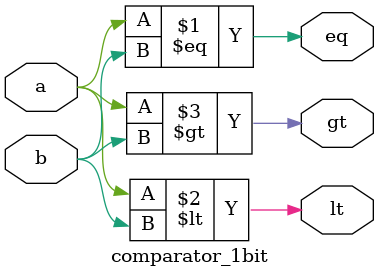
<source format=v>
`timescale 1ns / 1ps

module comparator_1bit (
    input wire a,
    input wire b,
    output wire eq,
    output wire lt,
    output wire gt
);
    assign eq = (a == b);
    assign lt = (a < b);
    assign gt = (a > b);
endmodule

</source>
